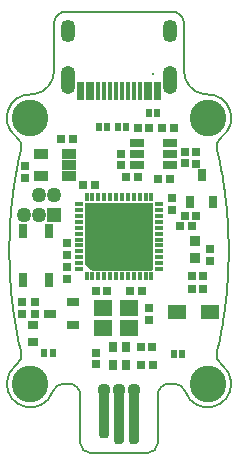
<source format=gts>
G04*
G04 #@! TF.GenerationSoftware,Altium Limited,Altium Designer,21.5.1 (32)*
G04*
G04 Layer_Color=8388736*
%FSAX25Y25*%
%MOIN*%
G70*
G04*
G04 #@! TF.SameCoordinates,4E6474E7-3770-4CE9-8705-8CFC98EF6C10*
G04*
G04*
G04 #@! TF.FilePolarity,Negative*
G04*
G01*
G75*
%ADD12C,0.00787*%
%ADD32R,0.01968X0.03150*%
%ADD33R,0.05906X0.04921*%
%ADD34R,0.04528X0.02953*%
%ADD35R,0.02559X0.02756*%
%ADD36R,0.02756X0.02559*%
%ADD37R,0.06102X0.05315*%
%ADD38R,0.02756X0.02559*%
%ADD39R,0.02559X0.02756*%
%ADD40R,0.03740X0.03740*%
%ADD41R,0.01575X0.06102*%
%ADD42R,0.03150X0.04724*%
%ADD43R,0.20079X0.20079*%
%ADD44R,0.01575X0.02559*%
%ADD45R,0.02559X0.01575*%
%ADD46R,0.02953X0.03543*%
%ADD47R,0.02953X0.04134*%
%ADD48R,0.04134X0.02953*%
%ADD49R,0.03740X0.02953*%
%ADD50R,0.04528X0.03347*%
G04:AMPARAMS|DCode=51|XSize=35.43mil|YSize=169.29mil|CornerRadius=13.82mil|HoleSize=0mil|Usage=FLASHONLY|Rotation=180.000|XOffset=0mil|YOffset=0mil|HoleType=Round|Shape=RoundedRectangle|*
%AMROUNDEDRECTD51*
21,1,0.03543,0.14165,0,0,180.0*
21,1,0.00780,0.16929,0,0,180.0*
1,1,0.02764,-0.00390,0.07083*
1,1,0.02764,0.00390,0.07083*
1,1,0.02764,0.00390,-0.07083*
1,1,0.02764,-0.00390,-0.07083*
%
%ADD51ROUNDEDRECTD51*%
G04:AMPARAMS|DCode=52|XSize=35.43mil|YSize=188.98mil|CornerRadius=13.82mil|HoleSize=0mil|Usage=FLASHONLY|Rotation=180.000|XOffset=0mil|YOffset=0mil|HoleType=Round|Shape=RoundedRectangle|*
%AMROUNDEDRECTD52*
21,1,0.03543,0.16134,0,0,180.0*
21,1,0.00780,0.18898,0,0,180.0*
1,1,0.02764,-0.00390,0.08067*
1,1,0.02764,0.00390,0.08067*
1,1,0.02764,0.00390,-0.08067*
1,1,0.02764,-0.00390,-0.08067*
%
%ADD52ROUNDEDRECTD52*%
%ADD53C,0.00591*%
G04:AMPARAMS|DCode=54|XSize=5.91mil|YSize=5.91mil|CornerRadius=0mil|HoleSize=0mil|Usage=FLASHONLY|Rotation=180.000|XOffset=0mil|YOffset=0mil|HoleType=Round|Shape=RoundedRectangle|*
%AMROUNDEDRECTD54*
21,1,0.00591,0.00591,0,0,180.0*
21,1,0.00591,0.00591,0,0,180.0*
1,1,0.00000,-0.00295,0.00295*
1,1,0.00000,0.00295,0.00295*
1,1,0.00000,0.00295,-0.00295*
1,1,0.00000,-0.00295,-0.00295*
%
%ADD54ROUNDEDRECTD54*%
G04:AMPARAMS|DCode=55|XSize=49.21mil|YSize=92.52mil|CornerRadius=22.44mil|HoleSize=0mil|Usage=FLASHONLY|Rotation=180.000|XOffset=0mil|YOffset=0mil|HoleType=Round|Shape=RoundedRectangle|*
%AMROUNDEDRECTD55*
21,1,0.04921,0.04764,0,0,180.0*
21,1,0.00433,0.09252,0,0,180.0*
1,1,0.04488,-0.00217,0.02382*
1,1,0.04488,0.00217,0.02382*
1,1,0.04488,0.00217,-0.02382*
1,1,0.04488,-0.00217,-0.02382*
%
%ADD55ROUNDEDRECTD55*%
G04:AMPARAMS|DCode=56|XSize=49.21mil|YSize=72.84mil|CornerRadius=22.44mil|HoleSize=0mil|Usage=FLASHONLY|Rotation=180.000|XOffset=0mil|YOffset=0mil|HoleType=Round|Shape=RoundedRectangle|*
%AMROUNDEDRECTD56*
21,1,0.04921,0.02795,0,0,180.0*
21,1,0.00433,0.07284,0,0,180.0*
1,1,0.04488,-0.00217,0.01398*
1,1,0.04488,0.00217,0.01398*
1,1,0.04488,0.00217,-0.01398*
1,1,0.04488,-0.00217,-0.01398*
%
%ADD56ROUNDEDRECTD56*%
%ADD57C,0.12205*%
%ADD58C,0.04961*%
%ADD59R,0.04961X0.04961*%
%ADD60C,0.04370*%
G36*
X0011070Y0016041D02*
X0011115Y0016030D01*
X0011158Y0016012D01*
X0011198Y0015988D01*
X0011233Y0015958D01*
X0011263Y0015922D01*
X0011287Y0015882D01*
X0011305Y0015840D01*
X0011316Y0015794D01*
X0011320Y0015748D01*
Y-0006299D01*
X0011316Y-0006346D01*
X0011305Y-0006391D01*
X0011287Y-0006434D01*
X0011263Y-0006473D01*
X0011233Y-0006509D01*
X0011198Y-0006539D01*
X0011158Y-0006563D01*
X0011115Y-0006581D01*
X0011070Y-0006592D01*
X0011024Y-0006595D01*
X-0009055D01*
X-0009101Y-0006592D01*
X-0009147Y-0006581D01*
X-0009177Y-0006568D01*
X-0009190Y-0006563D01*
X-0009229Y-0006539D01*
X-0009265Y-0006509D01*
X-0011233Y-0004540D01*
X-0011263Y-0004505D01*
X-0011287Y-0004465D01*
X-0011293Y-0004453D01*
X-0011305Y-0004422D01*
X-0011316Y-0004377D01*
X-0011320Y-0004331D01*
Y0015748D01*
X-0011316Y0015794D01*
X-0011305Y0015840D01*
X-0011287Y0015882D01*
X-0011263Y0015922D01*
X-0011233Y0015958D01*
X-0011198Y0015988D01*
X-0011158Y0016012D01*
X-0011115Y0016030D01*
X-0011070Y0016041D01*
X-0011024Y0016044D01*
X0011024D01*
X0011070Y0016041D01*
D02*
G37*
D12*
X-0017715Y0079726D02*
G03*
X-0021654Y0075787I0000000J-0003938D01*
G01*
X-0034152Y-0037918D02*
G03*
X-0037374Y-0043632I0004625J-0006373D01*
G01*
X0016811Y-0044291D02*
G03*
X0012874Y-0048228I0000000J-0003937D01*
G01*
X0021654Y0075787D02*
G03*
X0017715Y0079726I-0003938J0000000D01*
G01*
X0034152Y0037918D02*
G03*
X0032640Y0033797I0002312J-0003187D01*
G01*
X-0034152Y-0037918D02*
G03*
X-0032640Y-0033797I-0002312J0003187D01*
G01*
X0009729Y-0067323D02*
G03*
X0012874Y-0064177I0000000J0003145D01*
G01*
X0032640Y-0033797D02*
G03*
X0034152Y-0037918I0003824J-0000935D01*
G01*
X-0012874Y-0064177D02*
G03*
X-0009729Y-0067323I0003145J0000000D01*
G01*
X-0032640Y0033797D02*
G03*
X-0034152Y0037918I-0003824J0000935D01*
G01*
X0037367Y-0043558D02*
G03*
X0034152Y-0037918I-0007840J-0000734D01*
G01*
X-0029035Y0052150D02*
G03*
X-0034152Y0037918I-0000493J-0007859D01*
G01*
X-0012874Y-0048228D02*
G03*
X-0016811Y-0044291I-0003937J0000000D01*
G01*
X0021654Y0059953D02*
G03*
X0028362Y0052165I0007874J0000000D01*
G01*
X-0029035Y0052150D02*
G03*
X-0028362Y0052165I0000246J0003929D01*
G01*
X0022104Y-0046916D02*
G03*
X0037367Y-0043560I0007423J0002625D01*
G01*
X-0018392Y-0044291D02*
G03*
X-0022104Y-0046916I0000000J-0003937D01*
G01*
X0028362Y0052165D02*
G03*
X0029035Y0052150I0000426J0003914D01*
G01*
X0022104Y-0046916D02*
G03*
X0018392Y-0044291I-0003712J-0001312D01*
G01*
X-0037374Y-0043633D02*
G03*
X-0022104Y-0046916I0007846J-0000658D01*
G01*
X0034152Y0037918D02*
G03*
X0029035Y0052150I-0004625J0006373D01*
G01*
X-0028362Y0052165D02*
G03*
X-0021654Y0059953I-0001165J0007787D01*
G01*
Y0075787D01*
X0033507Y0029989D02*
X0033641Y0029344D01*
X-0033507Y0029989D02*
X-0033370Y0030630D01*
X0034269Y0026086D02*
X0034386Y0025428D01*
X-0034269Y0026086D02*
X-0034150Y0026743D01*
X0034924Y0022102D02*
X0035023Y0021431D01*
X0035118Y0020759D01*
X-0034924Y0022102D02*
X-0034823Y0022772D01*
X-0035840Y0014628D02*
X-0035773Y0015315D01*
X0036227Y0009787D02*
X0036270Y0009091D01*
X-0036182Y0010482D02*
X-0036133Y0011175D01*
X0036437Y0005603D02*
X0036461Y0004904D01*
X-0036410Y0006302D02*
X-0036380Y0007000D01*
X0036532Y0001402D02*
X0036537Y0000701D01*
X-0036524Y0002103D02*
X-0036513Y0002804D01*
X0036499Y-0003504D02*
X0036513Y-0002804D01*
X0036132Y-0011175D02*
X0036182Y-0010482D01*
X-0036228Y-0009787D02*
X-0036182Y-0010482D01*
X0035772Y-0015315D02*
X0035840Y-0014628D01*
X-0035905Y-0013940D02*
X-0035840Y-0014628D01*
X0035300Y-0019407D02*
X0035387Y-0018729D01*
X-0035470Y-0018049D02*
X-0035387Y-0018729D01*
X0034610Y-0024104D02*
X0034718Y-0023439D01*
X0033229Y-0031269D02*
X0033370Y-0030630D01*
X-0033641Y-0029344D02*
X-0033507Y-0029989D01*
X-0032792Y-0033169D02*
X-0032640Y-0033797D01*
X0016811Y-0044291D02*
X0018392D01*
X0032792Y0033169D02*
X0032940Y0032539D01*
X0033641Y0029344D02*
X0033773Y0028698D01*
X-0033370Y0030630D02*
X-0033230Y0031269D01*
X0034386Y0025428D02*
X0034500Y0024767D01*
X-0034150Y0026743D02*
X-0034027Y0027397D01*
X-0034823Y0022772D02*
X-0034718Y0023439D01*
X0035550Y0017368D02*
X0035627Y0016685D01*
X-0035387Y0018729D02*
X-0035301Y0019407D01*
X0035967Y0013250D02*
X0036025Y0012560D01*
X0036270Y0009091D02*
X0036310Y0008395D01*
X-0036380Y0007000D02*
X-0036346Y0007698D01*
X0036461Y0004904D02*
X0036481Y0004204D01*
X-0036513Y0002804D02*
X-0036499Y0003504D01*
X-0036537Y-0000701D02*
X-0036532Y-0001402D01*
X0036346Y-0007698D02*
X0036380Y-0007000D01*
X-0036461Y-0004904D02*
X-0036437Y-0005603D01*
X0036080Y-0011868D02*
X0036132Y-0011175D01*
X0035701Y-0016001D02*
X0035772Y-0015315D01*
X-0035967Y-0013250D02*
X-0035905Y-0013940D01*
X0035211Y-0020084D02*
X0035300Y-0019407D01*
X-0035550Y-0017368D02*
X-0035470Y-0018049D01*
X-0035023Y-0021431D02*
X-0034924Y-0022102D01*
X0033901Y-0028048D02*
X0034027Y-0027397D01*
X-0034386Y-0025428D02*
X-0034269Y-0026086D01*
X0033086Y-0031905D02*
X0033229Y-0031269D01*
X-0032941Y-0032539D02*
X-0032792Y-0033169D01*
X0012874Y-0064177D02*
Y-0048228D01*
X-0017715Y0079724D02*
X0017715D01*
X0032940Y0032539D02*
X0033086Y0031905D01*
X0033773Y0028698D02*
X0033901Y0028048D01*
X-0034718Y0023439D02*
X-0034610Y0024104D01*
X0035118Y0020759D02*
X0035211Y0020084D01*
X-0035301Y0019407D02*
X-0035211Y0020084D01*
X0035627Y0016685D02*
X0035701Y0016001D01*
X-0035773Y0015315D02*
X-0035702Y0016001D01*
X0036025Y0012560D02*
X0036080Y0011868D01*
X-0036133Y0011175D02*
X-0036081Y0011868D01*
X0036310Y0008395D02*
X0036346Y0007698D01*
X-0036499Y0003504D02*
X-0036481Y0004204D01*
X0036537Y0000701D02*
X0036538Y0000000D01*
X-0036538D02*
X-0036537Y-0000701D01*
X0036481Y-0004204D02*
X0036499Y-0003504D01*
X-0036481Y-0004204D02*
X-0036461Y-0004904D01*
X0036310Y-0008395D02*
X0036346Y-0007698D01*
X-0036270Y-0009091D02*
X-0036228Y-0009787D01*
X0036025Y-0012560D02*
X0036080Y-0011868D01*
X-0035628Y-0016685D02*
X-0035550Y-0017368D01*
X-0035119Y-0020759D02*
X-0035023Y-0021431D01*
X0034500Y-0024767D02*
X0034610Y-0024104D01*
X-0034500Y-0024767D02*
X-0034386Y-0025428D01*
X0033773Y-0028698D02*
X0033901Y-0028048D01*
X-0033773Y-0028698D02*
X-0033641Y-0029344D01*
X0032940Y-0032539D02*
X0033086Y-0031905D01*
X0021654Y0059953D02*
Y0075787D01*
X-0033230Y0031269D02*
X-0033086Y0031905D01*
X-0034027Y0027397D02*
X-0033902Y0028048D01*
X0034500Y0024767D02*
X0034610Y0024104D01*
X0035211Y0020084D02*
X0035300Y0019407D01*
X-0035211Y0020084D02*
X-0035119Y0020759D01*
X0035701Y0016001D02*
X0035772Y0015315D01*
X-0035702Y0016001D02*
X-0035628Y0016685D01*
X-0036081Y0011868D02*
X-0036025Y0012560D01*
X-0036346Y0007698D02*
X-0036310Y0008395D01*
X0036481Y0004204D02*
X0036499Y0003504D01*
X0036537Y-0000701D02*
X0036538Y0000000D01*
X0036461Y-0004904D02*
X0036481Y-0004204D01*
X-0036499Y-0003504D02*
X-0036481Y-0004204D01*
X0036270Y-0009091D02*
X0036310Y-0008395D01*
X-0036310D02*
X-0036270Y-0009091D01*
X-0036025Y-0012560D02*
X-0035967Y-0013250D01*
X0035627Y-0016685D02*
X0035701Y-0016001D01*
X0035118Y-0020759D02*
X0035211Y-0020084D01*
X0034386Y-0025428D02*
X0034500Y-0024767D01*
X-0034610Y-0024104D02*
X-0034500Y-0024767D01*
X0033641Y-0029344D02*
X0033773Y-0028698D01*
X-0033902Y-0028048D02*
X-0033773Y-0028698D01*
X-0033086Y-0031905D02*
X-0032941Y-0032539D01*
X-0009729Y-0067323D02*
X0009729D01*
X0033086Y0031905D02*
X0033229Y0031269D01*
X-0033086Y0031905D02*
X-0032941Y0032539D01*
X0033901Y0028048D02*
X0034027Y0027397D01*
X-0033902Y0028048D02*
X-0033773Y0028698D01*
X0034610Y0024104D02*
X0034718Y0023439D01*
X-0034610Y0024104D02*
X-0034500Y0024767D01*
X0035300Y0019407D02*
X0035387Y0018729D01*
X0036080Y0011868D02*
X0036132Y0011175D01*
X-0036025Y0012560D02*
X-0035967Y0013250D01*
X0036346Y0007698D02*
X0036380Y0007000D01*
X-0036310Y0008395D02*
X-0036270Y0009091D01*
X0036499Y0003504D02*
X0036513Y0002804D01*
X-0036481Y0004204D02*
X-0036461Y0004904D01*
X0036532Y-0001402D02*
X0036537Y-0000701D01*
X-0036538Y0000000D02*
X-0036537Y0000701D01*
X-0036346Y-0007698D02*
X-0036310Y-0008395D01*
X0035967Y-0013250D02*
X0036025Y-0012560D01*
X-0036081Y-0011868D02*
X-0036025Y-0012560D01*
X0035550Y-0017368D02*
X0035627Y-0016685D01*
X-0035702Y-0016001D02*
X-0035628Y-0016685D01*
X0035023Y-0021431D02*
X0035118Y-0020759D01*
X-0035211Y-0020084D02*
X-0035119Y-0020759D01*
X-0034027Y-0027397D02*
X-0033902Y-0028048D01*
X0032792Y-0033169D02*
X0032940Y-0032539D01*
X-0033230Y-0031269D02*
X-0033086Y-0031905D01*
X-0012874Y-0064177D02*
Y-0048228D01*
X0033229Y0031269D02*
X0033370Y0030630D01*
X0034027Y0027397D02*
X0034150Y0026743D01*
X-0033773Y0028698D02*
X-0033641Y0029344D01*
X0034718Y0023439D02*
X0034823Y0022772D01*
X-0034500Y0024767D02*
X-0034386Y0025428D01*
X-0035119Y0020759D02*
X-0035023Y0021431D01*
X0035772Y0015315D02*
X0035840Y0014628D01*
X-0035628Y0016685D02*
X-0035550Y0017368D01*
X0036132Y0011175D02*
X0036182Y0010482D01*
X-0036270Y0009091D02*
X-0036228Y0009787D01*
X0036380Y0007000D02*
X0036410Y0006302D01*
X-0036461Y0004904D02*
X-0036437Y0005603D01*
X0036513Y0002804D02*
X0036524Y0002103D01*
X-0036537Y0000701D02*
X-0036532Y0001402D01*
X0036437Y-0005603D02*
X0036461Y-0004904D01*
X-0036513Y-0002804D02*
X-0036499Y-0003504D01*
X0036227Y-0009787D02*
X0036270Y-0009091D01*
X0035905Y-0013940D02*
X0035967Y-0013250D01*
X-0036133Y-0011175D02*
X-0036081Y-0011868D01*
X0035470Y-0018049D02*
X0035550Y-0017368D01*
X-0035773Y-0015315D02*
X-0035702Y-0016001D01*
X-0035301Y-0019407D02*
X-0035211Y-0020084D01*
X0034269Y-0026086D02*
X0034386Y-0025428D01*
X-0034718Y-0023439D02*
X-0034610Y-0024104D01*
X0033507Y-0029989D02*
X0033641Y-0029344D01*
X0032640Y-0033797D02*
X0032792Y-0033169D01*
X-0018392Y-0044291D02*
X-0016811D01*
X-0032941Y0032539D02*
X-0032792Y0033169D01*
X0033370Y0030630D02*
X0033507Y0029989D01*
X-0034386Y0025428D02*
X-0034269Y0026086D01*
X-0035023Y0021431D02*
X-0034924Y0022102D01*
X0035387Y0018729D02*
X0035470Y0018049D01*
X-0035550Y0017368D02*
X-0035470Y0018049D01*
X0035840Y0014628D02*
X0035905Y0013940D01*
X-0035967Y0013250D02*
X-0035905Y0013940D01*
X0036182Y0010482D02*
X0036227Y0009787D01*
X-0036532Y0001402D02*
X-0036524Y0002103D01*
X0036524Y-0002103D02*
X0036532Y-0001402D01*
X-0036524Y-0002103D02*
X-0036513Y-0002804D01*
X0036410Y-0006302D02*
X0036437Y-0005603D01*
X-0036410Y-0006302D02*
X-0036380Y-0007000D01*
X-0036346Y-0007698D01*
X0036182Y-0010482D02*
X0036227Y-0009787D01*
X0035840Y-0014628D02*
X0035905Y-0013940D01*
X-0035387Y-0018729D02*
X-0035301Y-0019407D01*
X0034924Y-0022102D02*
X0035023Y-0021431D01*
X-0034823Y-0022772D02*
X-0034718Y-0023439D01*
X0034150Y-0026743D02*
X0034269Y-0026086D01*
X-0034150Y-0026743D02*
X-0034027Y-0027397D01*
X0033370Y-0030630D02*
X0033507Y-0029989D01*
X-0033370Y-0030630D02*
X-0033230Y-0031269D01*
X0037367Y-0043560D02*
Y-0043558D01*
X0032640Y0033797D02*
X0032792Y0033169D01*
X-0032792D02*
X-0032640Y0033797D01*
X-0033641Y0029344D02*
X-0033507Y0029989D01*
X0034150Y0026743D02*
X0034269Y0026086D01*
X0034823Y0022772D02*
X0034924Y0022102D01*
X0035470Y0018049D02*
X0035550Y0017368D01*
X-0035470Y0018049D02*
X-0035387Y0018729D01*
X0035905Y0013940D02*
X0035967Y0013250D01*
X-0035905Y0013940D02*
X-0035840Y0014628D01*
X-0036228Y0009787D02*
X-0036182Y0010482D01*
X0036410Y0006302D02*
X0036437Y0005603D01*
X-0036437D02*
X-0036410Y0006302D01*
X0036524Y0002103D02*
X0036532Y0001402D01*
X0036513Y-0002804D02*
X0036524Y-0002103D01*
X-0036532Y-0001402D02*
X-0036524Y-0002103D01*
X0036380Y-0007000D02*
X0036410Y-0006302D01*
X-0036437Y-0005603D02*
X-0036410Y-0006302D01*
X-0036182Y-0010482D02*
X-0036133Y-0011175D01*
X-0035840Y-0014628D02*
X-0035773Y-0015315D01*
X0035387Y-0018729D02*
X0035470Y-0018049D01*
X0034823Y-0022772D02*
X0034924Y-0022102D01*
X0034718Y-0023439D02*
X0034823Y-0022772D01*
X-0034924Y-0022102D02*
X-0034823Y-0022772D01*
X0034027Y-0027397D02*
X0034150Y-0026743D01*
X-0034269Y-0026086D02*
X-0034150Y-0026743D01*
X-0033507Y-0029989D02*
X-0033370Y-0030630D01*
X-0037374Y-0043633D02*
Y-0043632D01*
D32*
X0012697Y0045768D02*
D03*
X0009941D02*
D03*
X0002334Y0041189D02*
D03*
X-0000421D02*
D03*
X-0006682Y0041129D02*
D03*
X-0003926D02*
D03*
X-0022146Y-0033957D02*
D03*
X-0024902D02*
D03*
X0018406Y-0034449D02*
D03*
X0021161D02*
D03*
D33*
X0019193Y-0020472D02*
D03*
X0030413D02*
D03*
X0019193D02*
D03*
X0030413D02*
D03*
D34*
X0016929Y0035925D02*
D03*
Y0032185D02*
D03*
Y0028445D02*
D03*
X0006102D02*
D03*
Y0032185D02*
D03*
Y0035925D02*
D03*
D35*
X0003753Y-0013434D02*
D03*
X0007690D02*
D03*
X-0007776Y-0013484D02*
D03*
X-0003839D02*
D03*
X-0007972Y0021850D02*
D03*
X-0011909D02*
D03*
X-0015354Y0037402D02*
D03*
X-0019291D02*
D03*
D36*
X0000591Y0032382D02*
D03*
Y0028445D02*
D03*
X-0007579Y-0037894D02*
D03*
Y-0033957D02*
D03*
X0025526Y0029052D02*
D03*
Y0032989D02*
D03*
X0021835Y0029091D02*
D03*
Y0033028D02*
D03*
X0030413Y-0003445D02*
D03*
Y0000492D02*
D03*
X-0017355Y-0001451D02*
D03*
Y0002486D02*
D03*
X-0028051Y-0017126D02*
D03*
Y-0021063D02*
D03*
D37*
X-0005217Y-0018996D02*
D03*
X0003445D02*
D03*
Y-0025689D02*
D03*
X-0005217D02*
D03*
D38*
X0009941Y-0022933D02*
D03*
Y-0018996D02*
D03*
X0017717Y0013583D02*
D03*
Y0017520D02*
D03*
X-0017421Y-0005315D02*
D03*
Y-0009252D02*
D03*
X-0032283Y-0017028D02*
D03*
Y-0020965D02*
D03*
X-0031201Y0024311D02*
D03*
Y0028248D02*
D03*
D39*
X0021850Y0011516D02*
D03*
X0025787D02*
D03*
X0012894Y0023819D02*
D03*
X0016831D02*
D03*
X0010138Y0041043D02*
D03*
X0006201D02*
D03*
X0014469Y0040945D02*
D03*
X0018406D02*
D03*
X0024336Y0008087D02*
D03*
X0020399D02*
D03*
X0002283Y0024705D02*
D03*
X0006220D02*
D03*
X0028150Y-0008424D02*
D03*
X0024213D02*
D03*
X0028150Y-0012795D02*
D03*
X0024213D02*
D03*
X0007480Y-0037992D02*
D03*
X0011417D02*
D03*
X0007185Y-0032087D02*
D03*
X0011122D02*
D03*
D40*
X0025197Y-0002559D02*
D03*
Y0003347D02*
D03*
D41*
X-0013386Y0053347D02*
D03*
X-0012205D02*
D03*
X0009055D02*
D03*
X0012205D02*
D03*
X-0009055D02*
D03*
X-0002953D02*
D03*
X-0000984D02*
D03*
X0002953Y0053324D02*
D03*
X0006890Y0053347D02*
D03*
X0000984D02*
D03*
X-0004921D02*
D03*
X-0010236D02*
D03*
X-0006890D02*
D03*
X0004921D02*
D03*
X0010236D02*
D03*
X0013386D02*
D03*
D42*
X-0031890Y-0009744D02*
D03*
Y0006594D02*
D03*
X-0023425Y-0009744D02*
D03*
Y0006594D02*
D03*
D43*
X0000000Y0004724D02*
D03*
D44*
X-0010827Y-0008563D02*
D03*
X-0008858D02*
D03*
X-0006890D02*
D03*
X-0004921D02*
D03*
X-0002953D02*
D03*
X-0000984D02*
D03*
X0000984D02*
D03*
X0002953D02*
D03*
X0004921D02*
D03*
X0006890D02*
D03*
X0008858D02*
D03*
X0010827D02*
D03*
Y0018012D02*
D03*
X0008858D02*
D03*
X0006890D02*
D03*
X0004921D02*
D03*
X0002953D02*
D03*
X0000984D02*
D03*
X-0000984D02*
D03*
X-0002953D02*
D03*
X-0004921D02*
D03*
X-0006890D02*
D03*
X-0008858D02*
D03*
X-0010827D02*
D03*
D45*
X0013287Y-0006102D02*
D03*
Y-0004134D02*
D03*
Y-0002165D02*
D03*
Y-0000197D02*
D03*
Y0001772D02*
D03*
Y0003740D02*
D03*
Y0005709D02*
D03*
Y0007677D02*
D03*
Y0009646D02*
D03*
Y0011614D02*
D03*
Y0013583D02*
D03*
Y0015551D02*
D03*
X-0013287D02*
D03*
Y0013583D02*
D03*
Y0011614D02*
D03*
Y0009646D02*
D03*
Y0007677D02*
D03*
Y0005709D02*
D03*
Y0003740D02*
D03*
Y0001772D02*
D03*
Y-0000197D02*
D03*
Y-0002165D02*
D03*
Y-0004134D02*
D03*
Y-0006102D02*
D03*
D46*
X-0002165Y-0032087D02*
D03*
Y-0037992D02*
D03*
X0002165D02*
D03*
Y-0032087D02*
D03*
D47*
X0023819Y0016142D02*
D03*
X0031299D02*
D03*
X0027559Y0025197D02*
D03*
D48*
X-0023130Y-0020965D02*
D03*
X-0015256Y-0017224D02*
D03*
Y-0024705D02*
D03*
D49*
X-0028740Y-0030315D02*
D03*
Y-0024803D02*
D03*
D50*
X-0016535Y0024902D02*
D03*
Y0028642D02*
D03*
Y0032382D02*
D03*
X-0025984D02*
D03*
Y0024902D02*
D03*
D51*
X-0005000Y-0054134D02*
D03*
D52*
X0005000Y-0055118D02*
D03*
X0000000D02*
D03*
D53*
X-0011378Y0059035D02*
D03*
X0009921Y-0054724D02*
D03*
X-0009921D02*
D03*
D54*
X0011378Y0059035D02*
D03*
D55*
X-0017008Y0056949D02*
D03*
X0017008D02*
D03*
D56*
X-0017008Y0073405D02*
D03*
X0017008D02*
D03*
D57*
X0029528Y0044291D02*
D03*
Y-0044291D02*
D03*
X-0029528D02*
D03*
Y0044291D02*
D03*
D58*
X-0026555Y0018608D02*
D03*
Y0012008D02*
D03*
X-0031555D02*
D03*
X-0021555Y0018608D02*
D03*
D59*
Y0012008D02*
D03*
D60*
X-0005000Y-0046457D02*
D03*
X0000000D02*
D03*
X0005000D02*
D03*
M02*

</source>
